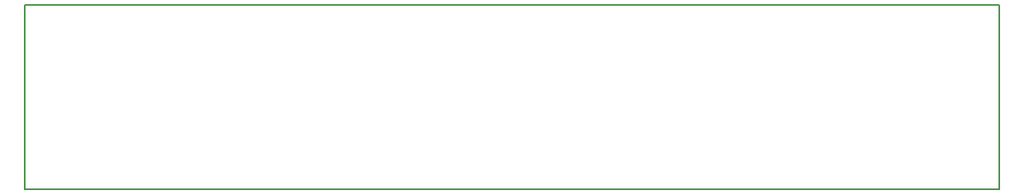
<source format=gbr>
G04 #@! TF.FileFunction,Profile,NP*
%FSLAX46Y46*%
G04 Gerber Fmt 4.6, Leading zero omitted, Abs format (unit mm)*
G04 Created by KiCad (PCBNEW 4.0.6) date 04/17/17 00:00:08*
%MOMM*%
%LPD*%
G01*
G04 APERTURE LIST*
%ADD10C,0.100000*%
%ADD11C,0.150000*%
G04 APERTURE END LIST*
D10*
D11*
X201500000Y-112000000D02*
X101500000Y-112000000D01*
X201500000Y-93000000D02*
X201500000Y-112000000D01*
X101500000Y-93000000D02*
X201500000Y-93000000D01*
X101500000Y-112000000D02*
X101500000Y-93000000D01*
M02*

</source>
